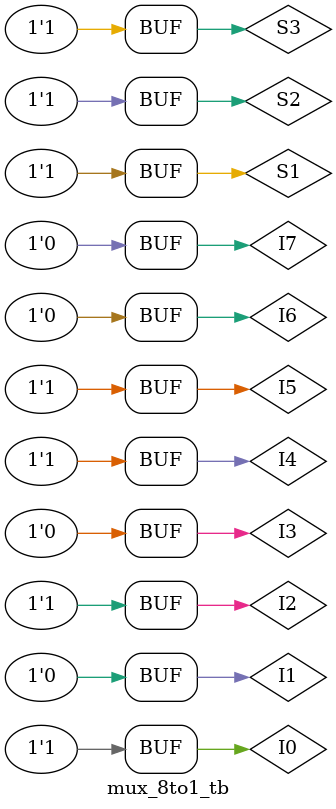
<source format=v>
module mux_8to1(I0, I1, I2, I3, I4, I5, I6, I7, S1, S2, S3, Y);

input I0, I1, I2, I3, I4, I5, I6, I7, S1, S2, S3;
output Y;
wire S1not, S2not, S3not;
wire w0, w1, w2, w3, w4, w5, w6, w7;

not g1(S1not, S1);
not g2(S2not, S2);
not g3(S3not, S3);
and g4(w0, I0, S3not, S2not, S1not);
and g5(w1, I1, S3not, S2not, S1);
and g6(w2, I2, S3not, S2, S1not);
and g7(w3, I3, S3not, S2, S1);
and g8(w4, I4, S3, S2not, S1not);
and g9(w5, I5, S3, S2not, S1);
and g10(w6, I6, S3, S2, S1not);
and g11(w7, I7, S3, S2, S1);
or g12(Y,w0, w1, w2, w3, w4, w5, w6, w7);

endmodule

module mux_8to1_tb;

reg I0, I1, I2, I3, I4, I5, I6, I7, S1, S2, S3;
wire Y;


mux_8to1 i1(I0, I1, I2, I3, I4, I5, I6, I7, S1, S2, S3, Y);

initial
begin
	I0 = 1'b0; I1 = 1'b0; I2 = 1'b0; I3 = 1'b0; I4 = 1'b0; I5 = 1'b0; I6 = 1'b0; I7 = 1'b0;	
	S3=1'b0; S2=1'b0; S1=1'b0;
	$monitor ("Time:%f, I7-I0=%b%b%b%b%b%b%b%b, S3S2S1=%b%b%b, Y=%b",$time, I7, I6, I5, I4, I3, I2, I1, I0, S3, S2, S1, Y);
	#5 S3=1'b0; S2=1'b1; S1=1'b0; I0 = 1'b1; I1 = 1'b0; I2 = 1'b1; I3 = 1'b0; I4 = 1'b1; I5 = 1'b1; I6 = 1'b0; I7 = 1'b0;
	#5 S3=1'b0; S2=1'b0; S1=1'b1; I0 = 1'b1; I1 = 1'b0; I2 = 1'b1; I3 = 1'b0; I4 = 1'b1; I5 = 1'b1; I6 = 1'b0; I7 = 1'b0;
	#5 S3=1'b1; S2=1'b0; S1=1'b0; I0 = 1'b1; I1 = 1'b0; I2 = 1'b1; I3 = 1'b0; I4 = 1'b1; I5 = 1'b1; I6 = 1'b0; I7 = 1'b0;
	#5 S3=1'b1; S2=1'b1; S1=1'b1; I0 = 1'b1; I1 = 1'b0; I2 = 1'b1; I3 = 1'b0; I4 = 1'b1; I5 = 1'b1; I6 = 1'b0; I7 = 1'b0;

end
endmodule
</source>
